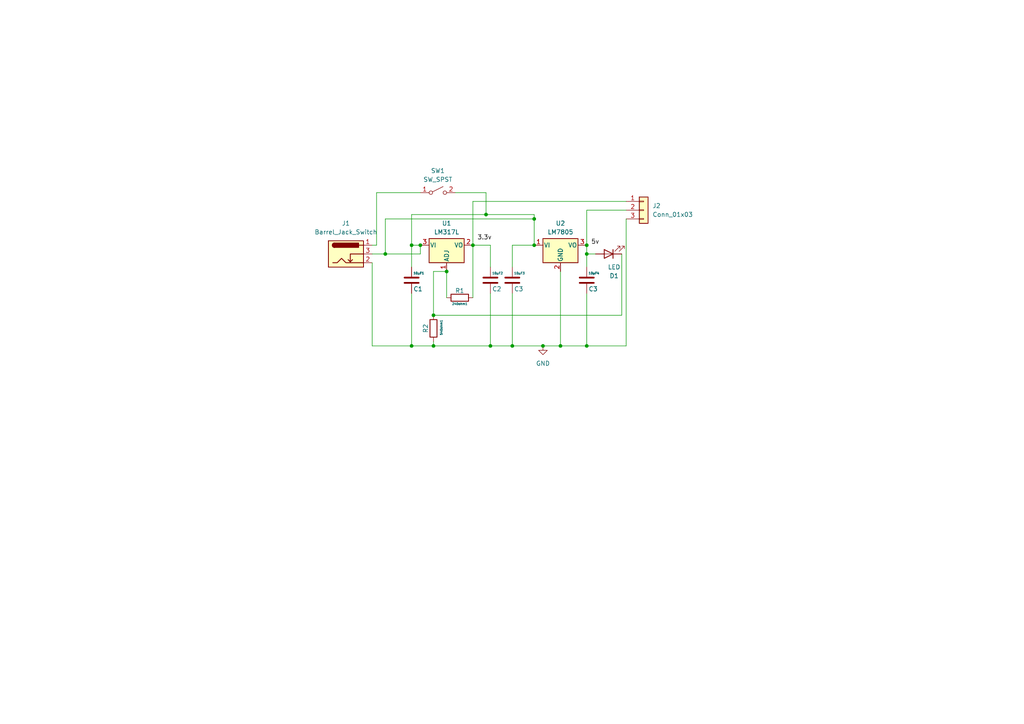
<source format=kicad_sch>
(kicad_sch (version 20231120) (generator "eeschema") (generator_version "8.0")
  (paper "A4")
  (lib_symbols
    (symbol "Connector:Barrel_Jack_Switch" (pin_names hide)
      (property "Reference" "J" (at 0 5.334 0))
      (property "Value" "Barrel_Jack_Switch" (at 0 -5.08 0))
      (symbol "Barrel_Jack_Switch_0_1"
        (rectangle (start -5.08 3.81) (end 5.08 -3.81) (stroke (width 0.254)) (fill (type background)))
        (arc (start -3.302 3.175) (mid -3.9343 2.54) (end -3.302 1.905) (stroke (width 0.254)))
        (arc (start -3.302 3.175) (mid -3.9343 2.54) (end -3.302 1.905) (stroke (width 0.254)) (fill (type outline)))
        (polyline (pts (xy 1.27 -2.286) (xy 1.905 -1.651)) (stroke (width 0.254)))
        (polyline (pts (xy 5.08 2.54) (xy 3.81 2.54)) (stroke (width 0.254)))
        (polyline (pts (xy 5.08 0) (xy 1.27 0) (xy 1.27 -2.286) (xy 0.635 -1.651)) (stroke (width 0.254)))
        (polyline (pts (xy -3.81 -2.54) (xy -2.54 -2.54) (xy -1.27 -1.27) (xy 0 -2.54) (xy 2.54 -2.54) (xy 5.08 -2.54)) (stroke (width 0.254)))
        (rectangle (start 3.683 3.175) (end -3.302 1.905) (stroke (width 0.254)) (fill (type outline)))
      )
      (symbol "Barrel_Jack_Switch_1_1"
        (pin passive line (at 7.62 2.54 180) (length 2.54) (name "~") (number "1"))
        (pin passive line (at 7.62 -2.54 180) (length 2.54) (name "~") (number "2"))
        (pin passive line (at 7.62 0 180) (length 2.54) (name "~") (number "3"))
      )
    )
    (symbol "Connector_Generic:Conn_01x03" (pin_names (offset 1.016) hide)
      (property "Reference" "J" (at 0 5.08 0))
      (property "Value" "Conn_01x03" (at 0 -5.08 0))
      (symbol "Conn_01x03_1_1"
        (rectangle (start -1.27 -2.413) (end 0 -2.667) (stroke (width 0.1524)))
        (rectangle (start -1.27 0.127) (end 0 -0.127) (stroke (width 0.1524)))
        (rectangle (start -1.27 2.667) (end 0 2.413) (stroke (width 0.1524)))
        (rectangle (start -1.27 3.81) (end 1.27 -3.81) (stroke (width 0.254)) (fill (type background)))
        (pin passive line (at -5.08 2.54 0) (length 3.81) (name "Pin_1") (number "1"))
        (pin passive line (at -5.08 0 0) (length 3.81) (name "Pin_2") (number "2"))
        (pin passive line (at -5.08 -2.54 0) (length 3.81) (name "Pin_3") (number "3"))
      )
    )
    (symbol "Device:C" (pin_numbers hide) (pin_names (offset 0.254))
      (property "Reference" "C" (at 0.635 2.54 0))
      (property "Value" "C" (at 0.635 -2.54 0))
      (symbol "C_0_1"
        (polyline (pts (xy -2.032 -0.762) (xy 2.032 -0.762)) (stroke (width 0.508)))
        (polyline (pts (xy -2.032 0.762) (xy 2.032 0.762)) (stroke (width 0.508)))
      )
      (symbol "C_1_1"
        (pin passive line (at 0 3.81 270) (length 2.794) (name "~") (number "1"))
        (pin passive line (at 0 -3.81 90) (length 2.794) (name "~") (number "2"))
      )
    )
    (symbol "Device:LED" (pin_numbers hide) (pin_names (offset 1.016) hide)
      (property "Reference" "D" (at 0 2.54 0))
      (property "Value" "LED" (at 0 -2.54 0))
      (symbol "LED_0_1"
        (polyline (pts (xy -1.27 -1.27) (xy -1.27 1.27)) (stroke (width 0.254)))
        (polyline (pts (xy -1.27 0) (xy 1.27 0)))
        (polyline (pts (xy 1.27 -1.27) (xy 1.27 1.27) (xy -1.27 0) (xy 1.27 -1.27)) (stroke (width 0.254)))
        (polyline (pts (xy -3.048 -0.762) (xy -4.572 -2.286) (xy -3.81 -2.286) (xy -4.572 -2.286) (xy -4.572 -1.524)))
        (polyline (pts (xy -1.778 -0.762) (xy -3.302 -2.286) (xy -2.54 -2.286) (xy -3.302 -2.286) (xy -3.302 -1.524)))
      )
      (symbol "LED_1_1"
        (pin passive line (at -3.81 0 0) (length 2.54) (name "K") (number "1"))
        (pin passive line (at 3.81 0 180) (length 2.54) (name "A") (number "2"))
      )
    )
    (symbol "Device:R" (pin_numbers hide) (pin_names (offset 0))
      (property "Reference" "R" (at 2.032 0 90))
      (property "Value" "R" (at 0 0 90))
      (symbol "R_0_1"
        (rectangle (start -1.016 -2.54) (end 1.016 2.54) (stroke (width 0.254)))
      )
      (symbol "R_1_1"
        (pin passive line (at 0 3.81 270) (length 1.27) (name "~") (number "1"))
        (pin passive line (at 0 -3.81 90) (length 1.27) (name "~") (number "2"))
      )
    )
    (symbol "Regulator_Linear:LM317L_SOT-89" (pin_names (offset 0.254))
      (property "Reference" "U" (at -3.81 3.175 0))
      (property "Value" "LM317L_SOT-89" (at 0 3.175 0))
      (symbol "LM317L_SOT-89_0_1"
        (rectangle (start -5.08 1.905) (end 5.08 -5.08) (stroke (width 0.254)) (fill (type background)))
      )
      (symbol "LM317L_SOT-89_1_1"
        (pin input line (at 0 -7.62 90) (length 2.54) (name "ADJ") (number "1"))
        (pin power_out line (at 7.62 0 180) (length 2.54) (name "VO") (number "2"))
        (pin power_in line (at -7.62 0 0) (length 2.54) (name "VI") (number "3"))
      )
    )
    (symbol "Regulator_Linear:LM7805_TO220" (pin_names (offset 0.254))
      (property "Reference" "U" (at -3.81 3.175 0))
      (property "Value" "LM7805_TO220" (at 0 3.175 0))
      (symbol "LM7805_TO220_0_1"
        (rectangle (start -5.08 1.905) (end 5.08 -5.08) (stroke (width 0.254)) (fill (type background)))
      )
      (symbol "LM7805_TO220_1_1"
        (pin power_in line (at -7.62 0 0) (length 2.54) (name "VI") (number "1"))
        (pin power_in line (at 0 -7.62 90) (length 2.54) (name "GND") (number "2"))
        (pin power_out line (at 7.62 0 180) (length 2.54) (name "VO") (number "3"))
      )
    )
    (symbol "Switch:SW_SPST" (pin_names (offset 0) hide)
      (property "Reference" "SW" (at 0 3.175 0))
      (property "Value" "SW_SPST" (at 0 -2.54 0))
      (symbol "SW_SPST_0_0"
        (circle (center -2.032 0) (radius 0.508))
        (polyline (pts (xy -1.524 0.254) (xy 1.524 1.778)))
        (circle (center 2.032 0) (radius 0.508))
      )
      (symbol "SW_SPST_1_1"
        (pin passive line (at -5.08 0 0) (length 2.54) (name "A") (number "1"))
        (pin passive line (at 5.08 0 180) (length 2.54) (name "B") (number "2"))
      )
    )
    (symbol "power:GND" (power) (pin_numbers hide) (pin_names (offset 0) hide)
      (property "Value" "GND" (at 0 -3.81 0))
      (symbol "GND_0_1"
        (polyline (pts (xy 0 0) (xy 0 -1.27) (xy 1.27 -1.27) (xy 0 -2.54) (xy -1.27 -1.27) (xy 0 -1.27)))
      )
      (symbol "GND_1_1"
        (pin power_in line (at 0 0 270) (length 0) (name "~") (number "1"))
      )
    )
  )
  (junction (at 111.76 73.66))
  (junction (at 162.56 100.33))
  (junction (at 148.59 100.33))
  (junction (at 154.94 71.12))
  (junction (at 137.16 71.12))
  (junction (at 170.18 71.12))
  (junction (at 142.24 100.33))
  (junction (at 125.73 100.33))
  (junction (at 170.18 100.33))
  (junction (at 125.73 91.44))
  (junction (at 157.48 100.33))
  (junction (at 154.94 63.5))
  (junction (at 119.38 71.12))
  (junction (at 140.97 62.23))
  (junction (at 129.54 78.74))
  (junction (at 170.18 73.66))
  (junction (at 119.38 100.33))
  (junction (at 121.92 71.12))
  (wire (pts (xy 142.24 85.09) (xy 142.24 100.33)))
  (wire (pts (xy 137.16 71.12) (xy 137.16 86.36)))
  (wire (pts (xy 170.18 60.96) (xy 170.18 71.12)))
  (wire (pts (xy 170.18 85.09) (xy 170.18 100.33)))
  (wire (pts (xy 119.38 62.23) (xy 119.38 71.12)))
  (wire (pts (xy 125.73 78.74) (xy 129.54 78.74)))
  (wire (pts (xy 109.22 71.12) (xy 109.22 55.88)))
  (wire (pts (xy 170.18 100.33) (xy 181.61 100.33)))
  (wire (pts (xy 181.61 63.5) (xy 181.61 100.33)))
  (wire (pts (xy 125.73 91.44) (xy 180.34 91.44)))
  (wire (pts (xy 121.92 73.66) (xy 121.92 71.12)))
  (wire (pts (xy 157.48 100.33) (xy 162.56 100.33)))
  (wire (pts (xy 137.16 58.42) (xy 181.61 58.42)))
  (wire (pts (xy 170.18 73.66) (xy 172.72 73.66)))
  (wire (pts (xy 180.34 73.66) (xy 180.34 91.44)))
  (wire (pts (xy 132.08 55.88) (xy 140.97 55.88)))
  (wire (pts (xy 111.76 63.5) (xy 154.94 63.5)))
  (wire (pts (xy 170.18 60.96) (xy 181.61 60.96)))
  (wire (pts (xy 137.16 58.42) (xy 137.16 71.12)))
  (wire (pts (xy 119.38 100.33) (xy 125.73 100.33)))
  (wire (pts (xy 162.56 78.74) (xy 162.56 100.33)))
  (wire (pts (xy 148.59 71.12) (xy 148.59 77.47)))
  (wire (pts (xy 170.18 71.12) (xy 170.18 73.66)))
  (wire (pts (xy 107.95 71.12) (xy 109.22 71.12)))
  (wire (pts (xy 119.38 85.09) (xy 119.38 100.33)))
  (wire (pts (xy 125.73 91.44) (xy 125.73 78.74)))
  (wire (pts (xy 119.38 71.12) (xy 121.92 71.12)))
  (wire (pts (xy 109.22 55.88) (xy 121.92 55.88)))
  (wire (pts (xy 140.97 62.23) (xy 119.38 62.23)))
  (wire (pts (xy 137.16 71.12) (xy 142.24 71.12)))
  (wire (pts (xy 125.73 99.06) (xy 125.73 100.33)))
  (wire (pts (xy 107.95 100.33) (xy 119.38 100.33)))
  (wire (pts (xy 162.56 100.33) (xy 170.18 100.33)))
  (wire (pts (xy 148.59 100.33) (xy 142.24 100.33)))
  (wire (pts (xy 142.24 71.12) (xy 142.24 77.47)))
  (wire (pts (xy 170.18 73.66) (xy 170.18 77.47)))
  (wire (pts (xy 154.94 71.12) (xy 148.59 71.12)))
  (wire (pts (xy 154.94 62.23) (xy 140.97 62.23)))
  (wire (pts (xy 129.54 78.74) (xy 129.54 86.36)))
  (wire (pts (xy 125.73 100.33) (xy 142.24 100.33)))
  (wire (pts (xy 107.95 73.66) (xy 111.76 73.66)))
  (wire (pts (xy 140.97 55.88) (xy 140.97 62.23)))
  (wire (pts (xy 148.59 100.33) (xy 157.48 100.33)))
  (wire (pts (xy 111.76 73.66) (xy 121.92 73.66)))
  (wire (pts (xy 148.59 85.09) (xy 148.59 100.33)))
  (wire (pts (xy 111.76 73.66) (xy 111.76 63.5)))
  (wire (pts (xy 107.95 76.2) (xy 107.95 100.33)))
  (wire (pts (xy 154.94 63.5) (xy 154.94 62.23)))
  (wire (pts (xy 119.38 71.12) (xy 119.38 77.47)))
  (wire (pts (xy 154.94 71.12) (xy 154.94 63.5)))
  (label "5v" (at 171.45 71.12 0))
  (label "3.3v" (at 138.43 69.85 0))
  (symbol (lib_id "power:GND") (at 157.48 100.33 0) (unit 1)
    (property "Reference" "#PWR01" (effects (hide yes)))
    (property "Value" "GND" (at 157.48 105.41 0))
    (property "Description" "Power symbol creates a global label with name \"GND\" , ground" (effects (hide yes)))
  )
  (symbol (lib_id "Device:C") (at 170.18 81.28 0) (unit 1)
    (property "Reference" "10µF4" (at 170.688 79.248 0) (effects (font (size 0.635 0.635)) (justify left)))
    (property "Value" "C3" (at 170.688 83.82 0) (effects (justify left)))
    (property "Footprint" "Capacitor_THT:CP_Radial_D5.0mm_P2.00mm" (effects (hide yes)))
    (property "Description" "Unpolarized capacitor" (effects (hide yes)))
  )
  (symbol (lib_id "Device:R") (at 133.35 86.36 90) (unit 1)
    (property "Reference" "240ohm1" (at 133.35 88.138 90) (effects (font (size 0.635 0.635))))
    (property "Value" "R1" (at 133.35 84.328 90))
    (property "Footprint" "Resistor_THT:R_Axial_DIN0204_L3.6mm_D1.6mm_P5.08mm_Horizontal" (effects (hide yes)))
    (property "Description" "Resistor" (effects (hide yes)))
  )
  (symbol (lib_id "Switch:SW_SPST") (at 127 55.88 0) (unit 1)
    (property "Reference" "SW1" (at 127 49.53 0))
    (property "Value" "SW_SPST" (at 127 52.07 0))
    (property "Footprint" "Button_Switch_THT:SW_SPST_Omron_B3F-315x_Angled" (effects (hide yes)))
    (property "Description" "Single Pole Single Throw (SPST) switch" (effects (hide yes)))
  )
  (symbol (lib_id "Connector_Generic:Conn_01x03") (at 186.69 60.96 0) (unit 1)
    (property "Reference" "J2" (at 189.23 59.6899 0) (effects (justify left)))
    (property "Value" "Conn_01x03" (at 189.23 62.2299 0) (effects (justify left)))
    (property "Footprint" "Connector_PinHeader_1.00mm:PinHeader_1x03_P1.00mm_Vertical" (effects (hide yes)))
    (property "Description" "Generic connector, single row, 01x03, script generated (kicad-library-utils/schlib/autogen/connector/)" (effects (hide yes)))
  )
  (symbol (lib_id "Regulator_Linear:LM317L_SOT-89") (at 129.54 71.12 0) (unit 1)
    (property "Reference" "U1" (at 129.54 64.77 0))
    (property "Value" "LM317L" (at 129.54 67.31 0))
    (property "Footprint" "Package_TO_SOT_SMD:SOT-89-3" (effects (hide yes)))
    (property "Datasheet" "http://www.ti.com/lit/ds/symlink/lm317l.pdf" (effects (hide yes)))
    (property "Description" "100mA 35V Adjustable Linear Regulator, SOT-89" (effects (hide yes)))
  )
  (symbol (lib_id "Device:R") (at 125.73 95.25 180) (unit 1)
    (property "Reference" "540ohm1" (at 128.016 94.996 90) (effects (font (size 0.635 0.635))))
    (property "Value" "R2" (at 123.444 95.25 90))
    (property "Footprint" "Resistor_THT:R_Axial_DIN0204_L3.6mm_D1.6mm_P5.08mm_Horizontal" (effects (hide yes)))
    (property "Description" "Resistor" (effects (hide yes)))
  )
  (symbol (lib_id "Connector:Barrel_Jack_Switch") (at 100.33 73.66 0) (unit 1)
    (property "Reference" "J1" (at 100.33 64.77 0))
    (property "Value" "Barrel_Jack_Switch" (at 100.33 67.31 0))
    (property "Footprint" "Connector_BarrelJack:BarrelJack_Horizontal" (effects (hide yes)))
    (property "Description" "DC Barrel Jack with an internal switch" (effects (hide yes)))
  )
  (symbol (lib_id "Regulator_Linear:LM7805_TO220") (at 162.56 71.12 0) (unit 1)
    (property "Reference" "U2" (at 162.56 64.77 0))
    (property "Value" "LM7805" (at 162.56 67.31 0))
    (property "Footprint" "Package_TO_SOT_THT:TO-220-3_Vertical" (effects (hide yes)))
    (property "Datasheet" "https://www.onsemi.cn/PowerSolutions/document/MC7800-D.PDF" (effects (hide yes)))
    (property "Description" "Positive 1A 35V Linear Regulator, Fixed Output 5V, TO-220" (effects (hide yes)))
  )
  (symbol (lib_id "Device:C") (at 119.38 81.28 0) (unit 1)
    (property "Reference" "10µF1" (at 119.888 79.248 0) (effects (font (size 0.635 0.635)) (justify left)))
    (property "Value" "C1" (at 119.888 83.82 0) (effects (justify left)))
    (property "Footprint" "Capacitor_THT:CP_Radial_D5.0mm_P2.00mm" (effects (hide yes)))
    (property "Description" "Unpolarized capacitor" (effects (hide yes)))
  )
  (symbol (lib_id "Device:LED") (at 176.53 73.66 180) (unit 1)
    (property "Reference" "D1" (at 178.1175 80.01 0))
    (property "Value" "LED" (at 178.1175 77.47 0))
    (property "Footprint" "LED_THT:LED_D5.0mm-4_RGB_Staggered_Pins" (effects (hide yes)))
    (property "Description" "Light emitting diode" (effects (hide yes)))
  )
  (symbol (lib_id "Device:C") (at 142.24 81.28 0) (unit 1)
    (property "Reference" "10µF2" (at 142.748 79.248 0) (effects (font (size 0.635 0.635)) (justify left)))
    (property "Value" "C2" (at 142.748 83.82 0) (effects (justify left)))
    (property "Footprint" "Capacitor_THT:CP_Radial_D5.0mm_P2.00mm" (effects (hide yes)))
    (property "Description" "Unpolarized capacitor" (effects (hide yes)))
  )
  (symbol (lib_id "Device:C") (at 148.59 81.28 0) (unit 1)
    (property "Reference" "10µF3" (at 149.098 79.248 0) (effects (font (size 0.635 0.635)) (justify left)))
    (property "Value" "C3" (at 149.098 83.82 0) (effects (justify left)))
    (property "Footprint" "Capacitor_THT:CP_Radial_D5.0mm_P2.00mm" (effects (hide yes)))
    (property "Description" "Unpolarized capacitor" (effects (hide yes)))
  )
)
</source>
